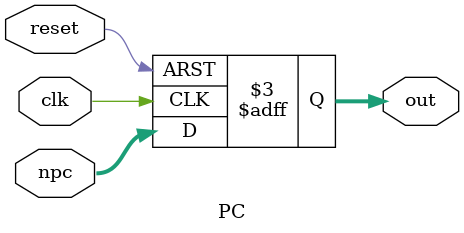
<source format=v>
`timescale 1ns / 1ps
module PC(
    input [31:0] npc,
    input clk,
	 input reset,
    output reg [31:0] out
    );
	always @(posedge clk or negedge reset) begin
		if(reset == 0)
			out = 32'h00000000;
		else
			out = npc;
	end
	
endmodule

</source>
